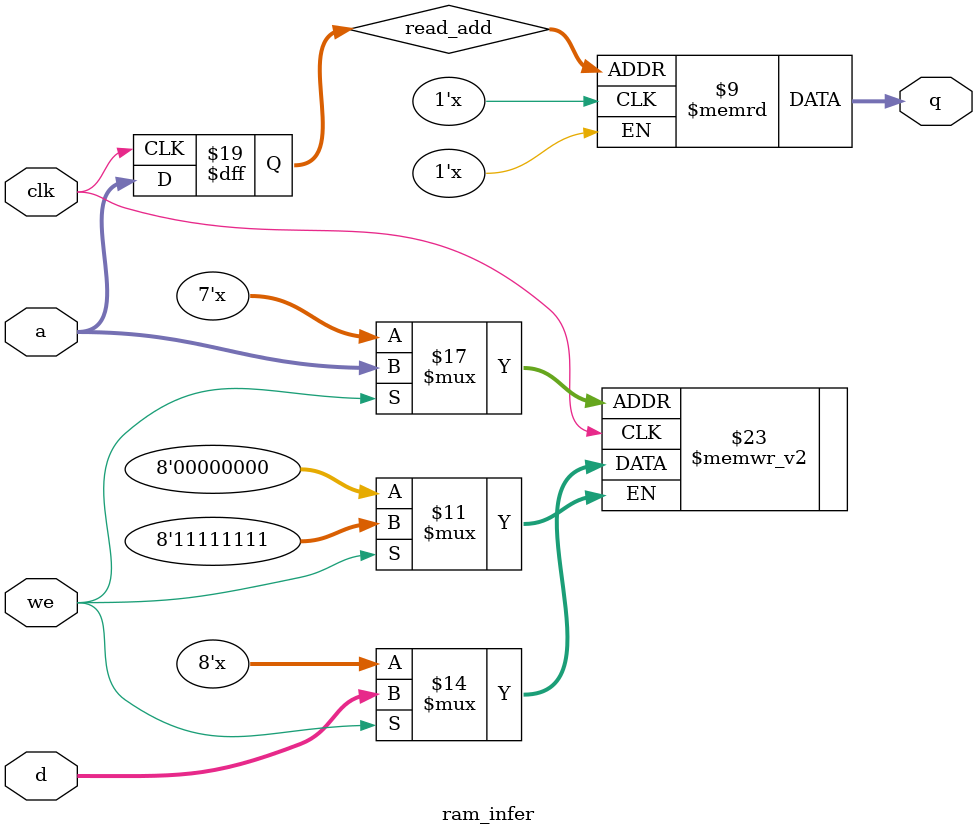
<source format=v>
module ram_infer(q, a, d, we, clk);
    output[7:0] q;
    input [7:0] d;
    input [6:0] a;
    input we, clk;
    reg [6:0] read_add;
    reg [7:0] mem [127:0];

    always @(posedge clk) begin
        if (we)
            mem[a] <= d;
        read_add <= a;
    end

    assign q = mem[read_add];
endmodule

</source>
